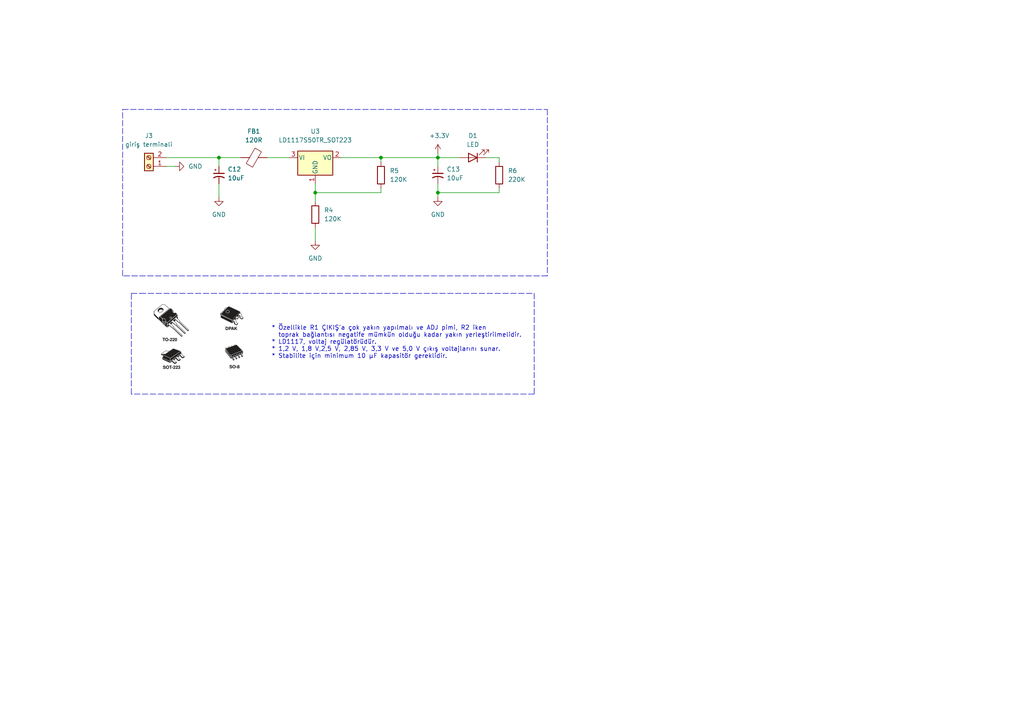
<source format=kicad_sch>
(kicad_sch (version 20211123) (generator eeschema)
  (paper "A4")
  (lib_symbols
    (symbol "Connector:Screw_Terminal_01x02" (pin_names (offset 1.016) hide)
      (property "Reference" "J" (at 0 2.54 0))
      (property "Value" "Screw_Terminal_01x02" (at 0 -5.08 0))
      (symbol "Screw_Terminal_01x02_1_1"
        (rectangle (start -1.27 1.27) (end 1.27 -3.81) (stroke (width 0.254)) (fill (type background)))
        (circle (center 0 -2.54) (radius 0.635) (stroke (width 0.1524)))
        (polyline (pts (xy -0.5334 -2.2098) (xy 0.3302 -3.048)) (stroke (width 0.1524)))
        (polyline (pts (xy -0.5334 0.3302) (xy 0.3302 -0.508)) (stroke (width 0.1524)))
        (polyline (pts (xy -0.3556 -2.032) (xy 0.508 -2.8702)) (stroke (width 0.1524)))
        (polyline (pts (xy -0.3556 0.508) (xy 0.508 -0.3302)) (stroke (width 0.1524)))
        (circle (center 0 0) (radius 0.635) (stroke (width 0.1524)))
        (pin passive line (at -5.08 0 0) (length 3.81) (name "Pin_1") (number "1"))
        (pin passive line (at -5.08 -2.54 0) (length 3.81) (name "Pin_2") (number "2"))
      )
    )
    (symbol "Device:C_Polarized_Small_US" (pin_numbers hide) (pin_names (offset 0.254) hide)
      (property "Reference" "C" (at 0.254 1.778 0))
      (property "Value" "C_Polarized_Small_US" (at 0.254 -2.032 0))
      (symbol "C_Polarized_Small_US_0_1"
        (polyline (pts (xy -1.524 0.508) (xy 1.524 0.508)) (stroke (width 0.3048)))
        (polyline (pts (xy -1.27 1.524) (xy -0.762 1.524)))
        (polyline (pts (xy -1.016 1.27) (xy -1.016 1.778)))
        (arc (start 1.524 -0.762) (mid 0 -0.3734) (end -1.524 -0.762) (stroke (width 0.3048)))
      )
      (symbol "C_Polarized_Small_US_1_1"
        (pin passive line (at 0 2.54 270) (length 2.032) (name "~") (number "1"))
        (pin passive line (at 0 -2.54 90) (length 2.032) (name "~") (number "2"))
      )
    )
    (symbol "Device:FerriteBead" (pin_numbers hide) (pin_names (offset 0))
      (property "Reference" "FB" (at -3.81 0.635 90))
      (property "Value" "FerriteBead" (at 3.81 0 90))
      (symbol "FerriteBead_0_1"
        (polyline (pts (xy 0 -1.27) (xy 0 -1.2192)))
        (polyline (pts (xy 0 1.27) (xy 0 1.2954)))
        (polyline (pts (xy -2.7686 0.4064) (xy -1.7018 2.2606) (xy 2.7686 -0.3048) (xy 1.6764 -2.159) (xy -2.7686 0.4064)))
      )
      (symbol "FerriteBead_1_1"
        (pin passive line (at 0 3.81 270) (length 2.54) (name "~") (number "1"))
        (pin passive line (at 0 -3.81 90) (length 2.54) (name "~") (number "2"))
      )
    )
    (symbol "Device:LED" (pin_numbers hide) (pin_names (offset 1.016) hide)
      (property "Reference" "D" (at 0 2.54 0))
      (property "Value" "LED" (at 0 -2.54 0))
      (symbol "LED_0_1"
        (polyline (pts (xy -1.27 -1.27) (xy -1.27 1.27)) (stroke (width 0.254)))
        (polyline (pts (xy -1.27 0) (xy 1.27 0)))
        (polyline (pts (xy 1.27 -1.27) (xy 1.27 1.27) (xy -1.27 0) (xy 1.27 -1.27)) (stroke (width 0.254)))
        (polyline (pts (xy -3.048 -0.762) (xy -4.572 -2.286) (xy -3.81 -2.286) (xy -4.572 -2.286) (xy -4.572 -1.524)))
        (polyline (pts (xy -1.778 -0.762) (xy -3.302 -2.286) (xy -2.54 -2.286) (xy -3.302 -2.286) (xy -3.302 -1.524)))
      )
      (symbol "LED_1_1"
        (pin passive line (at -3.81 0 0) (length 2.54) (name "K") (number "1"))
        (pin passive line (at 3.81 0 180) (length 2.54) (name "A") (number "2"))
      )
    )
    (symbol "Device:R" (pin_numbers hide) (pin_names (offset 0))
      (property "Reference" "R" (at 2.032 0 90))
      (property "Value" "R" (at 0 0 90))
      (symbol "R_0_1"
        (rectangle (start -1.016 -2.54) (end 1.016 2.54) (stroke (width 0.254)))
      )
      (symbol "R_1_1"
        (pin passive line (at 0 3.81 270) (length 1.27) (name "~") (number "1"))
        (pin passive line (at 0 -3.81 90) (length 1.27) (name "~") (number "2"))
      )
    )
    (symbol "Regulator_Linear:LD1117S50TR_SOT223" (pin_names (offset 0.254))
      (property "Reference" "U" (at -3.81 3.175 0))
      (property "Value" "LD1117S50TR_SOT223" (at 0 3.175 0))
      (symbol "LD1117S50TR_SOT223_0_1"
        (rectangle (start -5.08 -5.08) (end 5.08 1.905) (stroke (width 0.254)) (fill (type background)))
      )
      (symbol "LD1117S50TR_SOT223_1_1"
        (pin power_in line (at 0 -7.62 90) (length 2.54) (name "GND") (number "1"))
        (pin power_out line (at 7.62 0 180) (length 2.54) (name "VO") (number "2"))
        (pin power_in line (at -7.62 0 0) (length 2.54) (name "VI") (number "3"))
      )
    )
    (symbol "power:+3.3V" (power) (pin_names (offset 0))
      (property "Value" "+3.3V" (at 0 3.556 0))
      (symbol "+3.3V_0_1"
        (polyline (pts (xy -0.762 1.27) (xy 0 2.54)))
        (polyline (pts (xy 0 0) (xy 0 2.54)))
        (polyline (pts (xy 0 2.54) (xy 0.762 1.27)))
      )
      (symbol "+3.3V_1_1"
        (pin power_in line (at 0 0 90) (length 0) hide (name "+3.3V") (number "1"))
      )
    )
    (symbol "power:GND" (power) (pin_names (offset 0))
      (property "Value" "GND" (at 0 -3.81 0))
      (symbol "GND_0_1"
        (polyline (pts (xy 0 0) (xy 0 -1.27) (xy 1.27 -1.27) (xy 0 -2.54) (xy -1.27 -1.27) (xy 0 -1.27)))
      )
      (symbol "GND_1_1"
        (pin power_in line (at 0 0 270) (length 0) hide (name "GND") (number "1"))
      )
    )
  )
  (junction (at 127 45.72))
  (junction (at 91.44 55.88))
  (junction (at 110.49 45.72))
  (junction (at 63.5 45.72))
  (junction (at 127 55.88))
  (wire (pts (xy 127 55.88) (xy 127 57.15)))
  (wire (pts (xy 127 45.72) (xy 127 48.26)))
  (wire (pts (xy 110.49 54.61) (xy 110.49 55.88)))
  (wire (pts (xy 63.5 45.72) (xy 63.5 48.26)))
  (wire (pts (xy 110.49 45.72) (xy 127 45.72)))
  (wire (pts (xy 48.26 45.72) (xy 63.5 45.72)))
  (wire (pts (xy 144.78 55.88) (xy 127 55.88)))
  (wire (pts (xy 127 53.34) (xy 127 55.88)))
  (polyline (pts (xy 154.94 114.3) (xy 38.1 114.3)))
  (wire (pts (xy 91.44 66.04) (xy 91.44 69.85)))
  (wire (pts (xy 63.5 53.34) (xy 63.5 57.15)))
  (wire (pts (xy 144.78 54.61) (xy 144.78 55.88)))
  (polyline (pts (xy 154.94 85.09) (xy 154.94 114.3)))
  (polyline (pts (xy 45.72 31.75) (xy 158.75 31.75)))
  (wire (pts (xy 140.97 45.72) (xy 144.78 45.72)))
  (wire (pts (xy 127 44.45) (xy 127 45.72)))
  (polyline (pts (xy 158.75 31.75) (xy 158.75 80.01)))
  (polyline (pts (xy 35.56 80.01) (xy 35.56 31.75)))
  (wire (pts (xy 110.49 46.99) (xy 110.49 45.72)))
  (wire (pts (xy 63.5 45.72) (xy 69.85 45.72)))
  (polyline (pts (xy 40.64 85.09) (xy 154.94 85.09)))
  (wire (pts (xy 48.26 48.26) (xy 50.8 48.26)))
  (wire (pts (xy 110.49 55.88) (xy 91.44 55.88)))
  (polyline (pts (xy 35.56 31.75) (xy 45.72 31.75)))
  (wire (pts (xy 99.06 45.72) (xy 110.49 45.72)))
  (wire (pts (xy 127 45.72) (xy 133.35 45.72)))
  (wire (pts (xy 91.44 55.88) (xy 91.44 58.42)))
  (polyline (pts (xy 158.75 80.01) (xy 35.56 80.01)))
  (wire (pts (xy 144.78 45.72) (xy 144.78 46.99)))
  (wire (pts (xy 91.44 53.34) (xy 91.44 55.88)))
  (wire (pts (xy 77.47 45.72) (xy 83.82 45.72)))
  (polyline (pts (xy 38.1 85.09) (xy 40.64 85.09)))
  (polyline (pts (xy 38.1 114.3) (xy 38.1 85.09)))
  (image (at 58.42 97.79))
  (text "* Özellikle R1 ÇIKIŞ'a çok yakın yapılmalı ve ADJ pimi, R2 iken\n  toprak bağlantısı negatife mümkün olduğu kadar yakın yerleştirilmelidir.\n* LD1117, voltaj regülatörüdür.\n* 1,2 V, 1,8 V,2,5 V, 2,85 V, 3,3 V ve 5,0 V çıkış voltajlarını sunar.\n* Stabilite için minimum 10 µF kapasitör gereklidir." (at 78.74 104.14 0) (effects (font (size 1.27 1.27)) (justify left bottom)))
  (symbol (lib_id "power:GND") (at 63.5 57.15 0) (unit 1)
    (property "Reference" "#PWR011" (effects hide))
    (property "Value" "GND" (at 63.5 62.23 0))
  )
  (symbol (lib_id "power:+3.3V") (at 127 44.45 0) (unit 1)
    (property "Reference" "#PWR013" (effects hide))
    (property "Value" "+3.3V" (at 124.46 39.37 0) (effects (justify left)))
  )
  (symbol (lib_id "power:GND") (at 50.8 48.26 90) (unit 1)
    (property "Reference" "#PWR010" (effects hide))
    (property "Value" "GND" (at 54.61 48.2599 90) (effects (justify right)))
  )
  (symbol (lib_id "Device:R") (at 110.49 50.8 0) (unit 1)
    (property "Reference" "R5" (at 113.03 49.5299 0) (effects (justify left)))
    (property "Value" "120K" (at 113.03 52.0699 0) (effects (justify left)))
    (property "Footprint" "Resistor_SMD:R_0603_1608Metric_Pad0.98x0.95mm_HandSolder" (effects hide))
  )
  (symbol (lib_id "Device:R") (at 91.44 62.23 0) (unit 1)
    (property "Reference" "R4" (at 93.98 60.9599 0) (effects (justify left)))
    (property "Value" "120K" (at 93.98 63.4999 0) (effects (justify left)))
    (property "Footprint" "Resistor_SMD:R_0603_1608Metric_Pad0.98x0.95mm_HandSolder" (effects hide))
  )
  (symbol (lib_id "Connector:Screw_Terminal_01x02") (at 43.18 48.26 180) (unit 1)
    (property "Reference" "J3" (at 43.18 39.37 0))
    (property "Value" "giriş terminali" (at 43.18 41.91 0))
    (property "Footprint" "TerminalBlock_Phoenix:TerminalBlock_Phoenix_MKDS-1,5-2-5.08_1x02_P5.08mm_Horizontal" (effects hide))
  )
  (symbol (lib_id "Device:C_Polarized_Small_US") (at 127 50.8 0) (unit 1)
    (property "Reference" "C13" (at 129.54 49.0981 0) (effects (justify left)))
    (property "Value" "10uF" (at 129.54 51.6381 0) (effects (justify left)))
    (property "Footprint" "Capacitor_SMD:CP_Elec_5x3" (effects hide))
  )
  (symbol (lib_id "Regulator_Linear:LD1117S50TR_SOT223") (at 91.44 45.72 0) (unit 1)
    (property "Reference" "U3" (at 91.44 38.1 0))
    (property "Value" "LD1117S50TR_SOT223" (at 91.44 40.64 0))
    (property "Footprint" "Package_TO_SOT_SMD:SOT-223-3_TabPin2" (effects hide))
    (property "Datasheet" "http://www.st.com/st-web-ui/static/active/en/resource/technical/document/datasheet/CD00000544.pdf" (effects hide))
  )
  (symbol (lib_id "power:GND") (at 127 57.15 0) (unit 1)
    (property "Reference" "#PWR014" (effects hide))
    (property "Value" "GND" (at 127 62.23 0))
  )
  (symbol (lib_id "Device:LED") (at 137.16 45.72 180) (unit 1)
    (property "Reference" "D1" (at 137.16 39.37 0))
    (property "Value" "LED" (at 137.16 41.91 0))
    (property "Footprint" "LED_SMD:LED_0805_2012Metric_Pad1.15x1.40mm_HandSolder" (effects hide))
  )
  (symbol (lib_id "power:GND") (at 91.44 69.85 0) (unit 1)
    (property "Reference" "#PWR012" (effects hide))
    (property "Value" "GND" (at 91.44 74.93 0))
  )
  (symbol (lib_id "Device:C_Polarized_Small_US") (at 63.5 50.8 0) (unit 1)
    (property "Reference" "C12" (at 66.04 49.0981 0) (effects (justify left)))
    (property "Value" "10uF" (at 66.04 51.6381 0) (effects (justify left)))
    (property "Footprint" "Capacitor_SMD:CP_Elec_5x3" (effects hide))
  )
  (symbol (lib_id "Device:FerriteBead") (at 73.66 45.72 90) (unit 1)
    (property "Reference" "FB1" (at 73.6092 38.1 90))
    (property "Value" "120R" (at 73.6092 40.64 90))
    (property "Footprint" "Inductor_SMD:L_0805_2012Metric_Pad1.15x1.40mm_HandSolder" (effects hide))
  )
  (symbol (lib_id "Device:R") (at 144.78 50.8 0) (unit 1)
    (property "Reference" "R6" (at 147.32 49.5299 0) (effects (justify left)))
    (property "Value" "220K" (at 147.32 52.0699 0) (effects (justify left)))
    (property "Footprint" "Resistor_SMD:R_0603_1608Metric_Pad0.98x0.95mm_HandSolder" (effects hide))
  )
)
</source>
